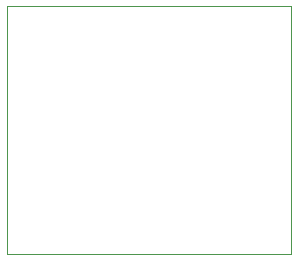
<source format=gbr>
%TF.GenerationSoftware,KiCad,Pcbnew,9.0.5*%
%TF.CreationDate,2025-10-11T00:16:23-04:00*%
%TF.ProjectId,audio-board,61756469-6f2d-4626-9f61-72642e6b6963,rev?*%
%TF.SameCoordinates,Original*%
%TF.FileFunction,Profile,NP*%
%FSLAX46Y46*%
G04 Gerber Fmt 4.6, Leading zero omitted, Abs format (unit mm)*
G04 Created by KiCad (PCBNEW 9.0.5) date 2025-10-11 00:16:23*
%MOMM*%
%LPD*%
G01*
G04 APERTURE LIST*
%TA.AperFunction,Profile*%
%ADD10C,0.050000*%
%TD*%
G04 APERTURE END LIST*
D10*
X130000000Y-68000000D02*
X154000000Y-68000000D01*
X154000000Y-89000000D01*
X130000000Y-89000000D01*
X130000000Y-68000000D01*
M02*

</source>
